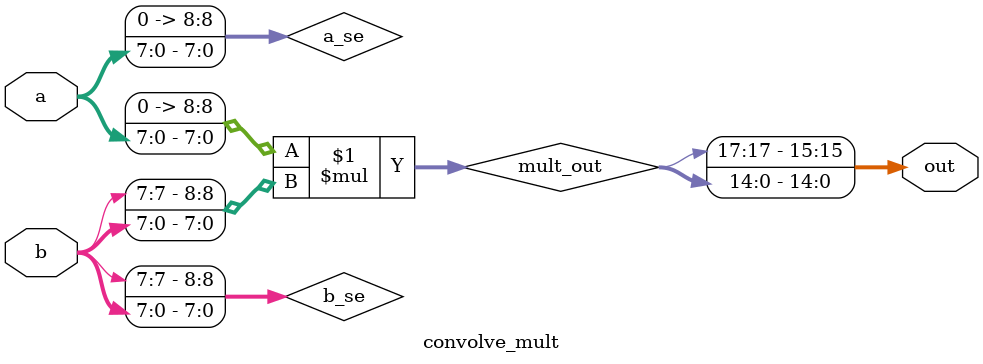
<source format=v>
/* Multiplier taken from Bruce's code */
// out: 12.4 signed number representing the multiplication output
// a: unsigned 8 bit number representing the pixel intensity
// b: 4.4 signed number representing the kernel values
module convolve_mult (out, a, b);
	output	signed	[15:0]	out;
	input 			[7:0] 	a;
	input 	signed	[7:0] 	b;
	
	wire	signed	[15:0]	out;
	wire 	signed	[17:0]	mult_out;
	wire	signed	[8:0]	a_se;
	wire	signed	[8:0]	b_se;

	// Sign extend the inputs to 9 bit signed numbers
	assign a_se = {1'b0, a};
	assign b_se = {b[7], b};

	assign mult_out = a_se * b_se;
	assign out = {mult_out[17], mult_out[14:0]};
endmodule
</source>
